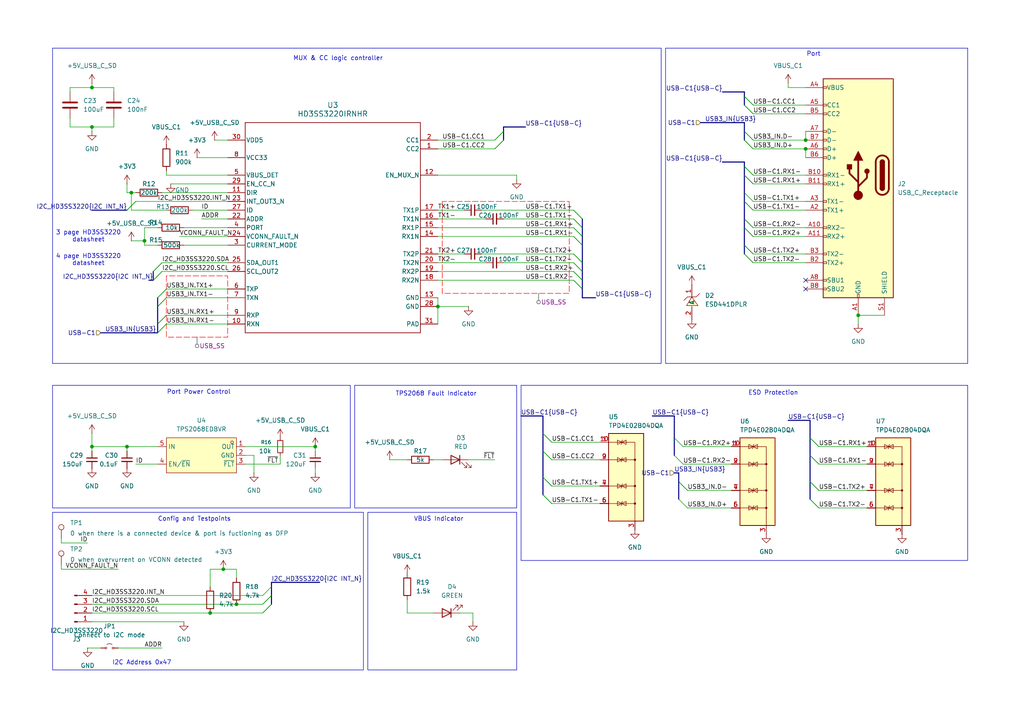
<source format=kicad_sch>
(kicad_sch (version 20250114) (generator "eeschema") (generator_version "9.0")
  (paper "A4")
  (title_block (title "USB Hub"))
  (lib_symbols
    (symbol "2025-07-15_13-22-11:HD3SS3220IRNHR" (pin_names (offset 0.254))
      (property "Reference" "U" (at 0 2.54 0))
      (property "Value" "HD3SS3220IRNHR" (at 0 0 0))
      (symbol "HD3SS3220IRNHR_0_1"
        (pin power_in line (at -30.48 25.4 0) (length 5.08) (name "VDD5") (number "30"))
        (pin power_in line (at -30.48 20.32 0) (length 5.08) (name "VCC33") (number "8"))
        (pin input line (at -30.48 15.24 0) (length 5.08) (name "VBUS_DET") (number "5"))
        (pin input line (at -30.48 12.7 0) (length 5.08) (name "EN_CC_N") (number "29"))
        (pin open_collector line (at -30.48 10.16 0) (length 5.08) (name "DIR") (number "11"))
        (pin open_collector line (at -30.48 7.62 0) (length 5.08) (name "INT_OUT3_N") (number "23"))
        (pin open_collector line (at -30.48 5.08 0) (length 5.08) (name "ID") (number "27"))
        (pin input line (at -30.48 2.54 0) (length 5.08) (name "ADDR") (number "22"))
        (pin input line (at -30.48 0 0) (length 5.08) (name "PORT") (number "4"))
        (pin open_collector line (at -30.48 -2.54 0) (length 5.08) (name "VCONN_FAULT_N") (number "24"))
        (pin input line (at -30.48 -5.08 0) (length 5.08) (name "CURRENT_MODE") (number "3"))
        (pin bidirectional line (at -30.48 -10.16 0) (length 5.08) (name "SDA_OUT1") (number "25"))
        (pin bidirectional line (at -30.48 -12.7 0) (length 5.08) (name "SCL_OUT2") (number "26"))
        (pin bidirectional line (at -30.48 -17.78 0) (length 5.08) (name "TXP") (number "6"))
        (pin bidirectional line (at -30.48 -20.32 0) (length 5.08) (name "TXN") (number "7"))
        (pin bidirectional line (at -30.48 -25.4 0) (length 5.08) (name "RXP") (number "9"))
        (pin bidirectional line (at -30.48 -27.94 0) (length 5.08) (name "RXN") (number "10"))
        (pin bidirectional line (at 30.48 25.4 180) (length 5.08) (name "CC1") (number "2"))
        (pin bidirectional line (at 30.48 22.86 180) (length 5.08) (name "CC2") (number "1"))
        (pin input line (at 30.48 15.24 180) (length 5.08) (name "EN_MUX_N") (number "12"))
        (pin bidirectional line (at 30.48 5.08 180) (length 5.08) (name "TX1P") (number "17"))
        (pin bidirectional line (at 30.48 2.54 180) (length 5.08) (name "TX1N") (number "16"))
        (pin bidirectional line (at 30.48 0 180) (length 5.08) (name "RX1P") (number "15"))
        (pin bidirectional line (at 30.48 -2.54 180) (length 5.08) (name "RX1N") (number "14"))
        (pin bidirectional line (at 30.48 -7.62 180) (length 5.08) (name "TX2P") (number "21"))
        (pin bidirectional line (at 30.48 -10.16 180) (length 5.08) (name "TX2N") (number "20"))
        (pin bidirectional line (at 30.48 -12.7 180) (length 5.08) (name "RX2P") (number "19"))
        (pin bidirectional line (at 30.48 -15.24 180) (length 5.08) (name "RX2N") (number "18"))
        (pin power_in line (at 30.48 -20.32 180) (length 5.08) (name "GND") (number "13"))
        (pin power_in line (at 30.48 -22.86 180) (length 5.08) (name "GND") (number "28"))
        (pin power_in line (at 30.48 -27.94 180) (length 5.08) (name "PAD") (number "31"))
      )
    )
    (symbol "Connector:Conn_01x04_Pin" (pin_names (offset 1.016) (hide yes))
      (property "Reference" "J" (at 0 5.08 0))
      (property "Value" "Conn_01x04_Pin" (at 0 -7.62 0))
      (symbol "Conn_01x04_Pin_1_1"
        (pin passive line (at 5.08 2.54 180) (length 3.81) (name "Pin_1") (number "1"))
        (pin passive line (at 5.08 0 180) (length 3.81) (name "Pin_2") (number "2"))
        (pin passive line (at 5.08 -2.54 180) (length 3.81) (name "Pin_3") (number "3"))
        (pin passive line (at 5.08 -5.08 180) (length 3.81) (name "Pin_4") (number "4"))
      )
    )
    (symbol "Connector:TestPoint" (pin_numbers (hide yes)) (pin_names (offset 0.762) (hide yes))
      (property "Reference" "TP" (at 0 6.858 0))
      (property "Value" "TestPoint" (at 0 5.08 0))
      (symbol "TestPoint_1_1"
        (pin passive line (at 0 0 90) (length 2.54) (name "1") (number "1"))
      )
    )
    (symbol "Connector:USB_C_Receptacle" (pin_names (offset 1.016))
      (property "Reference" "J" (at -10.16 29.21 0))
      (property "Value" "USB_C_Receptacle" (at 10.16 29.21 0))
      (symbol "USB_C_Receptacle_1_1"
        (pin passive line (at -7.62 -40.64 90) (length 5.08) (name "SHIELD") (number "S1"))
        (pin passive line (at 0 -40.64 90) (length 5.08) (name "GND") (number "A1"))
        (pin passive line (at 0 -40.64 90) (length 5.08) (hide yes) (name "GND") (number "A12"))
        (pin passive line (at 0 -40.64 90) (length 5.08) (hide yes) (name "GND") (number "B1"))
        (pin passive line (at 0 -40.64 90) (length 5.08) (hide yes) (name "GND") (number "B12"))
        (pin passive line (at 15.24 25.4 180) (length 5.08) (name "VBUS") (number "A4"))
        (pin passive line (at 15.24 25.4 180) (length 5.08) (hide yes) (name "VBUS") (number "A9"))
        (pin passive line (at 15.24 25.4 180) (length 5.08) (hide yes) (name "VBUS") (number "B4"))
        (pin passive line (at 15.24 25.4 180) (length 5.08) (hide yes) (name "VBUS") (number "B9"))
        (pin bidirectional line (at 15.24 20.32 180) (length 5.08) (name "CC1") (number "A5"))
        (pin bidirectional line (at 15.24 17.78 180) (length 5.08) (name "CC2") (number "B5"))
        (pin bidirectional line (at 15.24 12.7 180) (length 5.08) (name "D-") (number "A7"))
        (pin bidirectional line (at 15.24 10.16 180) (length 5.08) (name "D-") (number "B7"))
        (pin bidirectional line (at 15.24 7.62 180) (length 5.08) (name "D+") (number "A6"))
        (pin bidirectional line (at 15.24 5.08 180) (length 5.08) (name "D+") (number "B6"))
        (pin bidirectional line (at 15.24 0 180) (length 5.08) (name "RX1-") (number "B10"))
        (pin bidirectional line (at 15.24 -2.54 180) (length 5.08) (name "RX1+") (number "B11"))
        (pin bidirectional line (at 15.24 -7.62 180) (length 5.08) (name "TX1-") (number "A3"))
        (pin bidirectional line (at 15.24 -10.16 180) (length 5.08) (name "TX1+") (number "A2"))
        (pin bidirectional line (at 15.24 -15.24 180) (length 5.08) (name "RX2-") (number "A10"))
        (pin bidirectional line (at 15.24 -17.78 180) (length 5.08) (name "RX2+") (number "A11"))
        (pin bidirectional line (at 15.24 -22.86 180) (length 5.08) (name "TX2-") (number "B3"))
        (pin bidirectional line (at 15.24 -25.4 180) (length 5.08) (name "TX2+") (number "B2"))
        (pin bidirectional line (at 15.24 -30.48 180) (length 5.08) (name "SBU1") (number "A8"))
        (pin bidirectional line (at 15.24 -33.02 180) (length 5.08) (name "SBU2") (number "B8"))
      )
    )
    (symbol "Device:C" (pin_numbers (hide yes)) (pin_names (offset 0.254))
      (property "Reference" "C" (at 0.635 2.54 0))
      (property "Value" "C" (at 0.635 -2.54 0))
      (symbol "C_1_1"
        (pin passive line (at 0 3.81 270) (length 2.794) (name "~") (number "1"))
        (pin passive line (at 0 -3.81 90) (length 2.794) (name "~") (number "2"))
      )
    )
    (symbol "Device:C_Small" (pin_numbers (hide yes)) (pin_names (offset 0.254) (hide yes))
      (property "Reference" "C" (at 0.254 1.778 0))
      (property "Value" "C_Small" (at 0.254 -2.032 0))
      (symbol "C_Small_1_1"
        (pin passive line (at 0 2.54 270) (length 2.032) (name "~") (number "1"))
        (pin passive line (at 0 -2.54 90) (length 2.032) (name "~") (number "2"))
      )
    )
    (symbol "Device:LED" (pin_numbers (hide yes)) (pin_names (offset 1.016) (hide yes))
      (property "Reference" "D" (at 0 2.54 0))
      (property "Value" "LED" (at 0 -2.54 0))
      (symbol "LED_1_1"
        (pin passive line (at -3.81 0 0) (length 2.54) (name "K") (number "1"))
        (pin passive line (at 3.81 0 180) (length 2.54) (name "A") (number "2"))
      )
    )
    (symbol "Device:R" (pin_numbers (hide yes)) (pin_names (offset 0))
      (property "Reference" "R" (at 2.032 0 90))
      (property "Value" "R" (at 0 0 90))
      (symbol "R_1_1"
        (pin passive line (at 0 3.81 270) (length 1.27) (name "~") (number "1"))
        (pin passive line (at 0 -3.81 90) (length 1.27) (name "~") (number "2"))
      )
    )
    (symbol "Device:R_Small" (pin_numbers (hide yes)) (pin_names (offset 0.254) (hide yes))
      (property "Reference" "R" (at 0 0 90))
      (property "Value" "R_Small" (at 1.778 0 90))
      (symbol "R_Small_1_1"
        (pin passive line (at 0 2.54 270) (length 0.762) (name "~") (number "1"))
        (pin passive line (at 0 -2.54 90) (length 0.762) (name "~") (number "2"))
      )
    )
    (symbol "EasyEDA:ESD441DPLR"
      (property "Reference" "D" (at 0 5.08 0))
      (property "Value" "ESD441DPLR" (at 0 -5.08 0))
      (symbol "ESD441DPLR_0_1"
        (pin unspecified line (at -5.08 0 0) (length 3.81) (name "C") (number "1"))
        (pin unspecified line (at 5.08 0 180) (length 3.81) (name "A") (number "2"))
      )
    )
    (symbol "EasyEDA:TPS2069EDBVR"
      (property "Reference" "U" (at 0 7.62 0))
      (property "Value" "TPS2069EDBVR" (at 0 -7.62 0))
      (symbol "TPS2069EDBVR_0_1"
        (pin unspecified line (at -12.7 2.54 0) (length 2.54) (name "OUT") (number "1"))
        (pin unspecified line (at -12.7 0 0) (length 2.54) (name "GND") (number "2"))
        (pin unspecified line (at -12.7 -2.54 0) (length 2.54) (name "~{FLT}") (number "3"))
        (pin unspecified line (at 12.7 2.54 180) (length 2.54) (name "IN") (number "5"))
        (pin unspecified line (at 12.7 -2.54 180) (length 2.54) (name "EN/~{EN}") (number "4"))
      )
    )
    (symbol "Jumper:Jumper_2_Small_Open" (pin_numbers (hide yes)) (pin_names (offset 0) (hide yes))
      (property "Reference" "JP" (at 0 2.794 0))
      (property "Value" "Jumper_2_Small_Open" (at 0 -2.286 0))
      (symbol "Jumper_2_Small_Open_1_1"
        (pin passive line (at -2.54 0 0) (length 1.27) (name "A") (number "1"))
        (pin passive line (at 2.54 0 180) (length 1.27) (name "B") (number "2"))
      )
    )
    (symbol "Snapeda:TPD4E02B04DQA" (pin_names (hide yes))
      (property "Reference" "U" (at 2.54 -11.43 0))
      (property "Value" "TPD4E02B04DQA" (at 7.62 1.905 0))
      (symbol "TPD4E02B04DQA_0_0"
        (pin passive line (at 2.54 -15.24 90) (length 2.54) (name "G") (number "3"))
      )
      (symbol "TPD4E02B04DQA_1_1"
        (pin passive line (at -7.62 10.16 0) (length 2.54) (name "IO1") (number "1"))
        (pin free line (at -7.62 10.16 0) (length 2.54) (name "NC") (number "10"))
        (pin passive line (at -7.62 5.08 0) (length 2.54) (name "IO2") (number "2"))
        (pin free line (at -7.62 5.08 0) (length 2.54) (name "NC") (number "9"))
        (pin passive line (at -7.62 -2.54 0) (length 2.54) (name "IO3") (number "4"))
        (pin free line (at -7.62 -2.54 0) (length 2.54) (name "NC") (number "7"))
        (pin passive line (at -7.62 -7.62 0) (length 2.54) (name "IO4") (number "5"))
        (pin free line (at -7.62 -7.62 0) (length 2.54) (name "NC") (number "6"))
        (pin passive line (at 2.54 -15.24 90) (length 2.54) (hide yes) (name "G") (number "8"))
      )
    )
    (symbol "power:+3V3" (power) (pin_numbers (hide yes)) (pin_names (offset 0) (hide yes))
      (property "Value" "+3V3" (at 0 3.556 0))
      (symbol "+3V3_1_1"
        (pin power_in line (at 0 0 90) (length 0) (name "~") (number "1"))
      )
    )
    (symbol "power:+5V" (power) (pin_numbers (hide yes)) (pin_names (offset 0) (hide yes))
      (property "Value" "+5V" (at 0 3.556 0))
      (symbol "+5V_1_1"
        (pin power_in line (at 0 0 90) (length 0) (name "~") (number "1"))
      )
    )
    (symbol "power:GND" (power) (pin_numbers (hide yes)) (pin_names (offset 0) (hide yes))
      (property "Value" "GND" (at 0 -3.81 0))
      (symbol "GND_1_1"
        (pin power_in line (at 0 0 270) (length 0) (name "~") (number "1"))
      )
    )
    (symbol "power:VBUS" (power) (pin_numbers (hide yes)) (pin_names (offset 0) (hide yes))
      (property "Value" "VBUS" (at 0 3.556 0))
      (symbol "VBUS_1_1"
        (pin power_in line (at 0 0 90) (length 0) (name "~") (number "1"))
      )
    )
  )
  (rectangle (start 15.24 13.97) (end 191.77 105.41))
  (rectangle (start 151.13 111.76) (end 280.67 162.56))
  (rectangle (start 193.04 13.97) (end 280.67 105.41))
  (rectangle (start 102.87 111.76) (end 149.86 147.32))
  (rectangle (start 15.24 111.76) (end 101.6 147.32))
  (rectangle (start 106.68 148.59) (end 149.86 194.31))
  (rectangle (start 15.24 148.59) (end 105.41 194.31))
  (text "TPS2068 Fault Indicator" (at 126.492 114.3 0) (effects (font (size 1.27 1.27))))
  (text "4 page HD3SS3220\ndatasheet" (at 25.654 75.438 0) (effects (font (size 1.27 1.27))))
  (text "I2C Address 0x47" (at 41.148 192.278 0) (effects (font (size 1.27 1.27))))
  (text "3 page HD3SS3220\ndatasheet" (at 25.654 68.58 0) (effects (font (size 1.27 1.27))))
  (text "Port" (at 235.966 15.748 0) (effects (font (size 1.27 1.27))))
  (text "VBUS Indicator" (at 127.254 150.622 0) (effects (font (size 1.27 1.27))))
  (text "Config and Testpoints" (at 56.388 150.622 0) (effects (font (size 1.27 1.27))))
  (text "Port Power Control" (at 57.658 113.792 0) (effects (font (size 1.27 1.27))))
  (text "ESD Protection" (at 224.282 114.046 0) (effects (font (size 1.27 1.27))))
  (text "MUX & CC logic controller" (at 98.044 17.018 0) (effects (font (size 1.27 1.27))))
  (junction (at 68.58 175.26))
  (junction (at 26.67 25.4))
  (junction (at 38.1 55.88))
  (junction (at 41.91 69.85))
  (junction (at 36.83 129.54))
  (junction (at 127 88.9))
  (junction (at 60.96 177.8))
  (junction (at 26.67 129.54))
  (junction (at 91.44 129.54))
  (junction (at 233.68 43.18))
  (junction (at 233.68 40.64))
  (junction (at 248.92 91.44))
  (junction (at 64.77 165.1))
  (junction (at 26.67 36.83))
  (no_connect (at 233.68 81.28))
  (no_connect (at 233.68 83.82))
  (bus_entry (at 166.37 76.2) (size 2.54 2.54))
  (bus_entry (at 168.91 71.12) (size -2.54 -2.54))
  (bus_entry (at 166.37 60.96) (size 2.54 2.54))
  (bus_entry (at 168.91 63.5) (size -2.54 -2.54))
  (bus_entry (at 157.48 125.73) (size 2.54 2.54))
  (bus_entry (at 234.95 139.7) (size 2.54 2.54))
  (bus_entry (at 45.72 93.98) (size 2.54 -2.54))
  (bus_entry (at 157.48 143.51) (size 2.54 2.54))
  (bus_entry (at 215.9 71.12) (size 2.54 2.54))
  (bus_entry (at 146.05 38.1) (size -2.54 2.54))
  (bus_entry (at 160.02 140.97) (size -2.54 -2.54))
  (bus_entry (at 45.72 96.52) (size 2.54 -2.54))
  (bus_entry (at 39.37 58.42) (size -2.54 2.54))
  (bus_entry (at 143.51 40.64) (size 2.54 -2.54))
  (bus_entry (at 218.44 50.8) (size -2.54 -2.54))
  (bus_entry (at 237.49 142.24) (size -2.54 -2.54))
  (bus_entry (at 45.72 88.9) (size 2.54 -2.54))
  (bus_entry (at 78.74 172.72) (size -2.54 2.54))
  (bus_entry (at 215.9 30.48) (size 2.54 2.54))
  (bus_entry (at 198.12 134.62) (size -2.54 -2.54))
  (bus_entry (at 218.44 53.34) (size -2.54 -2.54))
  (bus_entry (at 196.85 144.78) (size 2.54 2.54))
  (bus_entry (at 168.91 68.58) (size -2.54 -2.54))
  (bus_entry (at 46.99 78.74) (size -2.54 2.54))
  (bus_entry (at 215.9 40.64) (size 2.54 2.54))
  (bus_entry (at 160.02 146.05) (size -2.54 -2.54))
  (bus_entry (at 36.83 60.96) (size 2.54 -2.54))
  (bus_entry (at 218.44 68.58) (size -2.54 -2.54))
  (bus_entry (at 215.9 38.1) (size 2.54 2.54))
  (bus_entry (at 218.44 33.02) (size -2.54 -2.54))
  (bus_entry (at 168.91 78.74) (size -2.54 -2.54))
  (bus_entry (at 157.48 130.81) (size 2.54 2.54))
  (bus_entry (at 160.02 133.35) (size -2.54 -2.54))
  (bus_entry (at 168.91 66.04) (size -2.54 -2.54))
  (bus_entry (at 76.2 175.26) (size 2.54 -2.54))
  (bus_entry (at 215.9 38.1) (size 2.54 2.54))
  (bus_entry (at 76.2 172.72) (size 2.54 -2.54))
  (bus_entry (at 157.48 138.43) (size 2.54 2.54))
  (bus_entry (at 237.49 134.62) (size -2.54 -2.54))
  (bus_entry (at 215.9 40.64) (size 2.54 2.54))
  (bus_entry (at 234.95 132.08) (size 2.54 2.54))
  (bus_entry (at 78.74 175.26) (size -2.54 2.54))
  (bus_entry (at 44.45 81.28) (size 2.54 -2.54))
  (bus_entry (at 166.37 81.28) (size 2.54 2.54))
  (bus_entry (at 166.37 66.04) (size 2.54 2.54))
  (bus_entry (at 168.91 76.2) (size -2.54 -2.54))
  (bus_entry (at 237.49 147.32) (size -2.54 -2.54))
  (bus_entry (at 215.9 50.8) (size 2.54 2.54))
  (bus_entry (at 160.02 128.27) (size -2.54 -2.54))
  (bus_entry (at 215.9 66.04) (size 2.54 2.54))
  (bus_entry (at 45.72 86.36) (size 2.54 -2.54))
  (bus_entry (at 44.45 78.74) (size 2.54 -2.54))
  (bus_entry (at 45.72 96.52) (size 2.54 -2.54))
  (bus_entry (at 198.12 129.54) (size -2.54 -2.54))
  (bus_entry (at 196.85 139.7) (size 2.54 2.54))
  (bus_entry (at 166.37 68.58) (size 2.54 2.54))
  (bus_entry (at 166.37 73.66) (size 2.54 2.54))
  (bus_entry (at 215.9 27.94) (size 2.54 2.54))
  (bus_entry (at 218.44 30.48) (size -2.54 -2.54))
  (bus_entry (at 76.2 177.8) (size 2.54 -2.54))
  (bus_entry (at 168.91 81.28) (size -2.54 -2.54))
  (bus_entry (at 215.9 55.88) (size 2.54 2.54))
  (bus_entry (at 218.44 76.2) (size -2.54 -2.54))
  (bus_entry (at 168.91 83.82) (size -2.54 -2.54))
  (bus_entry (at 45.72 86.36) (size 2.54 -2.54))
  (bus_entry (at 234.95 144.78) (size 2.54 2.54))
  (bus_entry (at 166.37 63.5) (size 2.54 2.54))
  (bus_entry (at 215.9 73.66) (size 2.54 2.54))
  (bus_entry (at 166.37 78.74) (size 2.54 2.54))
  (bus_entry (at 215.9 63.5) (size 2.54 2.54))
  (bus_entry (at 234.95 127) (size 2.54 2.54))
  (bus_entry (at 215.9 58.42) (size 2.54 2.54))
  (bus_entry (at 218.44 60.96) (size -2.54 -2.54))
  (bus_entry (at 146.05 40.64) (size -2.54 2.54))
  (bus_entry (at 215.9 48.26) (size 2.54 2.54))
  (bus_entry (at 218.44 66.04) (size -2.54 -2.54))
  (bus_entry (at 237.49 129.54) (size -2.54 -2.54))
  (bus_entry (at 196.85 139.7) (size 2.54 2.54))
  (bus_entry (at 143.51 43.18) (size 2.54 -2.54))
  (bus_entry (at 45.72 88.9) (size 2.54 -2.54))
  (bus_entry (at 218.44 73.66) (size -2.54 -2.54))
  (bus_entry (at 45.72 93.98) (size 2.54 -2.54))
  (bus_entry (at 46.99 76.2) (size -2.54 2.54))
  (wire (pts (xy 48.26 86.36) (xy 66.04 86.36)))
  (wire (pts (xy 71.12 134.62) (xy 81.28 134.62)))
  (wire (pts (xy 228.6 24.13) (xy 228.6 25.4)))
  (bus (pts (xy 215.9 27.94) (xy 215.9 26.67)))
  (wire (pts (xy 17.78 165.1) (xy 34.29 165.1)))
  (bus (pts (xy 157.48 125.73) (xy 157.48 130.81)))
  (bus (pts (xy 195.58 127) (xy 195.58 132.08)))
  (bus (pts (xy 215.9 71.12) (xy 215.9 66.04)))
  (wire (pts (xy 57.15 45.72) (xy 66.04 45.72)))
  (wire (pts (xy 49.53 53.34) (xy 66.04 53.34)))
  (wire (pts (xy 36.83 55.88) (xy 36.83 53.34)))
  (wire (pts (xy 160.02 133.35) (xy 173.99 133.35)))
  (wire (pts (xy 68.58 175.26) (xy 76.2 175.26)))
  (wire (pts (xy 233.68 66.04) (xy 218.44 66.04)))
  (wire (pts (xy 127 86.36) (xy 127 88.9)))
  (wire (pts (xy 53.34 71.12) (xy 66.04 71.12)))
  (bus (pts (xy 215.9 71.12) (xy 215.9 73.66)))
  (wire (pts (xy 127 78.74) (xy 166.37 78.74)))
  (wire (pts (xy 48.26 91.44) (xy 66.04 91.44)))
  (wire (pts (xy 66.04 78.74) (xy 46.99 78.74)))
  (wire (pts (xy 91.44 130.81) (xy 91.44 129.54)))
  (wire (pts (xy 55.88 60.96) (xy 66.04 60.96)))
  (wire (pts (xy 127 81.28) (xy 166.37 81.28)))
  (wire (pts (xy 26.67 36.83) (xy 20.32 36.83)))
  (bus (pts (xy 168.91 83.82) (xy 168.91 86.36)))
  (wire (pts (xy 127 73.66) (xy 134.62 73.66)))
  (wire (pts (xy 149.86 50.8) (xy 149.86 52.07)))
  (wire (pts (xy 233.68 68.58) (xy 218.44 68.58)))
  (wire (pts (xy 48.26 83.82) (xy 66.04 83.82)))
  (wire (pts (xy 53.34 180.34) (xy 26.67 180.34)))
  (wire (pts (xy 58.42 63.5) (xy 66.04 63.5)))
  (wire (pts (xy 233.68 58.42) (xy 218.44 58.42)))
  (wire (pts (xy 38.1 69.85) (xy 41.91 69.85)))
  (wire (pts (xy 36.83 130.81) (xy 36.83 129.54)))
  (wire (pts (xy 233.68 43.18) (xy 233.68 45.72)))
  (bus (pts (xy 215.9 48.26) (xy 215.9 46.99)))
  (wire (pts (xy 218.44 40.64) (xy 233.68 40.64)))
  (wire (pts (xy 48.26 60.96) (xy 38.1 60.96)))
  (wire (pts (xy 39.37 58.42) (xy 66.04 58.42)))
  (wire (pts (xy 26.67 177.8) (xy 60.96 177.8)))
  (wire (pts (xy 17.78 163.83) (xy 17.78 165.1)))
  (wire (pts (xy 38.1 60.96) (xy 38.1 55.88)))
  (wire (pts (xy 233.68 53.34) (xy 218.44 53.34)))
  (wire (pts (xy 233.68 73.66) (xy 218.44 73.66)))
  (bus (pts (xy 209.55 26.67) (xy 215.9 26.67)))
  (bus (pts (xy 157.48 130.81) (xy 157.48 138.43)))
  (wire (pts (xy 160.02 140.97) (xy 173.99 140.97)))
  (bus (pts (xy 215.9 50.8) (xy 215.9 55.88)))
  (wire (pts (xy 25.4 157.48) (xy 17.78 157.48)))
  (wire (pts (xy 41.91 69.85) (xy 41.91 71.12)))
  (bus (pts (xy 78.74 168.91) (xy 78.74 170.18)))
  (wire (pts (xy 26.67 36.83) (xy 33.02 36.83)))
  (wire (pts (xy 48.26 50.8) (xy 66.04 50.8)))
  (wire (pts (xy 127 63.5) (xy 140.97 63.5)))
  (wire (pts (xy 228.6 25.4) (xy 233.68 25.4)))
  (wire (pts (xy 128.27 133.35) (xy 125.73 133.35)))
  (bus (pts (xy 168.91 68.58) (xy 168.91 71.12)))
  (wire (pts (xy 53.34 66.04) (xy 66.04 66.04)))
  (wire (pts (xy 64.77 165.1) (xy 60.96 165.1)))
  (wire (pts (xy 198.12 134.62) (xy 212.09 134.62)))
  (bus (pts (xy 215.9 38.1) (xy 215.9 35.56)))
  (bus (pts (xy 157.48 120.65) (xy 151.13 120.65)))
  (wire (pts (xy 198.12 129.54) (xy 212.09 129.54)))
  (wire (pts (xy 26.67 25.4) (xy 33.02 25.4)))
  (wire (pts (xy 48.26 93.98) (xy 66.04 93.98)))
  (bus (pts (xy 203.2 35.56) (xy 215.9 35.56)))
  (wire (pts (xy 127 88.9) (xy 127 93.98)))
  (wire (pts (xy 20.32 34.29) (xy 20.32 36.83)))
  (bus (pts (xy 44.45 78.74) (xy 44.45 81.28)))
  (wire (pts (xy 118.11 177.8) (xy 125.73 177.8)))
  (wire (pts (xy 127 88.9) (xy 135.89 88.9)))
  (wire (pts (xy 41.91 66.04) (xy 45.72 66.04)))
  (bus (pts (xy 168.91 76.2) (xy 168.91 78.74)))
  (bus (pts (xy 26.67 60.96) (xy 36.83 60.96)))
  (bus (pts (xy 215.9 40.64) (xy 215.9 38.1)))
  (wire (pts (xy 73.66 132.08) (xy 71.12 132.08)))
  (bus (pts (xy 234.95 139.7) (xy 234.95 144.78)))
  (bus (pts (xy 157.48 120.65) (xy 157.48 125.73)))
  (wire (pts (xy 233.68 38.1) (xy 233.68 40.64)))
  (wire (pts (xy 127 66.04) (xy 166.37 66.04)))
  (bus (pts (xy 92.71 168.91) (xy 78.74 168.91)))
  (wire (pts (xy 26.67 36.83) (xy 26.67 38.1)))
  (wire (pts (xy 26.67 175.26) (xy 68.58 175.26)))
  (wire (pts (xy 91.44 137.16) (xy 91.44 135.89)))
  (wire (pts (xy 68.58 165.1) (xy 64.77 165.1)))
  (wire (pts (xy 41.91 66.04) (xy 41.91 69.85)))
  (bus (pts (xy 234.95 121.92) (xy 228.6 121.92)))
  (wire (pts (xy 237.49 142.24) (xy 251.46 142.24)))
  (wire (pts (xy 118.11 133.35) (xy 113.03 133.35)))
  (bus (pts (xy 215.9 46.99) (xy 209.55 46.99)))
  (bus (pts (xy 215.9 58.42) (xy 215.9 63.5)))
  (wire (pts (xy 139.7 60.96) (xy 166.37 60.96)))
  (bus (pts (xy 168.91 78.74) (xy 168.91 81.28)))
  (wire (pts (xy 127 50.8) (xy 149.86 50.8)))
  (bus (pts (xy 168.91 63.5) (xy 168.91 66.04)))
  (wire (pts (xy 237.49 147.32) (xy 251.46 147.32)))
  (bus (pts (xy 215.9 50.8) (xy 215.9 48.26)))
  (wire (pts (xy 199.39 142.24) (xy 212.09 142.24)))
  (wire (pts (xy 45.72 129.54) (xy 36.83 129.54)))
  (wire (pts (xy 48.26 50.8) (xy 48.26 49.53)))
  (bus (pts (xy 196.85 139.7) (xy 196.85 144.78)))
  (wire (pts (xy 60.96 177.8) (xy 76.2 177.8)))
  (wire (pts (xy 26.67 172.72) (xy 76.2 172.72)))
  (wire (pts (xy 127 40.64) (xy 143.51 40.64)))
  (bus (pts (xy 168.91 66.04) (xy 168.91 68.58)))
  (bus (pts (xy 215.9 66.04) (xy 215.9 63.5)))
  (wire (pts (xy 146.05 76.2) (xy 166.37 76.2)))
  (wire (pts (xy 66.04 76.2) (xy 46.99 76.2)))
  (wire (pts (xy 218.44 43.18) (xy 233.68 43.18)))
  (wire (pts (xy 36.83 55.88) (xy 38.1 55.88)))
  (wire (pts (xy 20.32 25.4) (xy 26.67 25.4)))
  (bus (pts (xy 29.21 96.52) (xy 45.72 96.52)))
  (wire (pts (xy 73.66 132.08) (xy 73.66 137.16)))
  (bus (pts (xy 146.05 38.1) (xy 146.05 36.83)))
  (wire (pts (xy 233.68 76.2) (xy 218.44 76.2)))
  (wire (pts (xy 137.16 177.8) (xy 137.16 180.34)))
  (wire (pts (xy 60.96 165.1) (xy 60.96 170.18)))
  (wire (pts (xy 139.7 73.66) (xy 166.37 73.66)))
  (bus (pts (xy 45.72 86.36) (xy 45.72 88.9)))
  (wire (pts (xy 233.68 60.96) (xy 218.44 60.96)))
  (wire (pts (xy 127 68.58) (xy 166.37 68.58)))
  (wire (pts (xy 248.92 93.98) (xy 248.92 91.44)))
  (bus (pts (xy 195.58 137.16) (xy 196.85 137.16)))
  (wire (pts (xy 34.29 187.96) (xy 46.99 187.96)))
  (wire (pts (xy 127 43.18) (xy 143.51 43.18)))
  (bus (pts (xy 195.58 120.65) (xy 195.58 127)))
  (wire (pts (xy 135.89 133.35) (xy 143.51 133.35)))
  (wire (pts (xy 118.11 173.99) (xy 118.11 177.8)))
  (bus (pts (xy 234.95 132.08) (xy 234.95 127)))
  (wire (pts (xy 160.02 128.27) (xy 173.99 128.27)))
  (bus (pts (xy 234.95 132.08) (xy 234.95 139.7)))
  (wire (pts (xy 81.28 132.08) (xy 81.28 134.62)))
  (wire (pts (xy 26.67 129.54) (xy 26.67 125.73)))
  (wire (pts (xy 71.12 129.54) (xy 91.44 129.54)))
  (wire (pts (xy 17.78 156.21) (xy 17.78 157.48)))
  (bus (pts (xy 146.05 40.64) (xy 146.05 38.1)))
  (wire (pts (xy 218.44 33.02) (xy 233.68 33.02)))
  (bus (pts (xy 168.91 71.12) (xy 168.91 76.2)))
  (wire (pts (xy 39.37 134.62) (xy 45.72 134.62)))
  (wire (pts (xy 68.58 165.1) (xy 68.58 167.64)))
  (wire (pts (xy 38.1 55.88) (xy 39.37 55.88)))
  (wire (pts (xy 26.67 130.81) (xy 26.67 129.54)))
  (wire (pts (xy 66.04 55.88) (xy 46.99 55.88)))
  (bus (pts (xy 78.74 175.26) (xy 78.74 172.72)))
  (bus (pts (xy 78.74 170.18) (xy 78.74 172.72)))
  (bus (pts (xy 195.58 120.65) (xy 189.23 120.65)))
  (bus (pts (xy 43.18 81.28) (xy 44.45 81.28)))
  (wire (pts (xy 237.49 129.54) (xy 251.46 129.54)))
  (bus (pts (xy 168.91 86.36) (xy 172.72 86.36)))
  (wire (pts (xy 218.44 50.8) (xy 233.68 50.8)))
  (bus (pts (xy 45.72 93.98) (xy 45.72 96.52)))
  (wire (pts (xy 248.92 91.44) (xy 256.54 91.44)))
  (wire (pts (xy 133.35 177.8) (xy 137.16 177.8)))
  (wire (pts (xy 218.44 30.48) (xy 233.68 30.48)))
  (bus (pts (xy 196.85 139.7) (xy 196.85 137.16)))
  (wire (pts (xy 25.4 187.96) (xy 29.21 187.96)))
  (bus (pts (xy 157.48 138.43) (xy 157.48 143.51)))
  (wire (pts (xy 26.67 129.54) (xy 36.83 129.54)))
  (bus (pts (xy 215.9 30.48) (xy 215.9 27.94)))
  (bus (pts (xy 215.9 55.88) (xy 215.9 58.42)))
  (wire (pts (xy 199.39 147.32) (xy 212.09 147.32)))
  (wire (pts (xy 160.02 146.05) (xy 173.99 146.05)))
  (wire (pts (xy 237.49 134.62) (xy 251.46 134.62)))
  (bus (pts (xy 152.4 36.83) (xy 146.05 36.83)))
  (wire (pts (xy 20.32 25.4) (xy 20.32 26.67)))
  (bus (pts (xy 234.95 121.92) (xy 234.95 127)))
  (bus (pts (xy 168.91 81.28) (xy 168.91 83.82)))
  (wire (pts (xy 146.05 63.5) (xy 166.37 63.5)))
  (wire (pts (xy 33.02 25.4) (xy 33.02 26.67)))
  (wire (pts (xy 127 60.96) (xy 134.62 60.96)))
  (wire (pts (xy 33.02 36.83) (xy 33.02 34.29)))
  (bus (pts (xy 45.72 88.9) (xy 45.72 93.98)))
  (wire (pts (xy 62.23 40.64) (xy 66.04 40.64)))
  (wire (pts (xy 52.07 68.58) (xy 66.04 68.58)))
  (wire (pts (xy 26.67 24.13) (xy 26.67 25.4)))
  (wire (pts (xy 41.91 71.12) (xy 45.72 71.12)))
  (wire (pts (xy 127 76.2) (xy 140.97 76.2)))
  (label "USB3_IN{USB3}" (at 30.48 96.52 0))
  (label "I2C_HD3SS3220.SCL" (at 26.67 177.8 0))
  (label "~{FLT}" (at 77.47 134.62 0))
  (label "USB-C1.RX2+" (at 218.44 68.58 0))
  (label "ADDR" (at 58.42 63.5 0))
  (label "TX2-" (at 127 76.2 0))
  (label "I2C_HD3SS3220.SDA" (at 46.99 76.2 0))
  (label "TX2+" (at 127 73.66 0))
  (label "USB-C1.TX2-" (at 218.44 76.2 0))
  (label "USB-C1{USB-C}" (at 189.23 120.65 0))
  (label "USB-C1{USB-C}" (at 228.6 121.92 0))
  (label "I2C_HD3SS3220{I2C INT_N}" (at 44.45 81.28 180))
  (label "USB-C1.TX1-" (at 160.02 146.05 0))
  (label "USB-C1.RX2+" (at 198.12 129.54 0))
  (label "USB3_IN{USB3}" (at 195.58 137.16 0))
  (label "USB3_IN.RX1-" (at 48.26 93.98 0))
  (label "USB-C1.CC1" (at 128.27 40.64 0))
  (label "USB-C1.TX2+" (at 218.44 73.66 0))
  (label "I2C_HD3SS3220.INT_N" (at 45.72 58.42 0))
  (label "USB-C1.CC1" (at 218.44 30.48 0))
  (label "USB-C1.RX1+" (at 152.4 66.04 0))
  (label "USB-C1.CC2" (at 218.44 33.02 0))
  (label "USB-C1.RX2-" (at 152.4 81.28 0))
  (label "USB-C1.RX2-" (at 198.12 134.62 0))
  (label "USB3_IN.D-" (at 199.39 142.24 0))
  (label "USB3_IN.D+" (at 199.39 147.32 0))
  (label "USB-C1.TX1-" (at 152.4 63.5 0))
  (label "I2C_HD3SS3220.SCL" (at 46.99 78.74 0))
  (label "USB-C1.RX1-" (at 218.44 50.8 0))
  (label "ID" (at 25.4 157.48 180))
  (label "USB3_IN.RX1+" (at 48.26 91.44 0))
  (label "USB3_IN.TX1+" (at 48.26 83.82 0))
  (label "USB3_IN{USB3}" (at 204.47 35.56 0))
  (label "ADDR" (at 46.99 187.96 180))
  (label "USB-C1.RX1-" (at 152.4 68.58 0))
  (label "ID" (at 58.42 60.96 0))
  (label "USB-C1{USB-C}" (at 209.55 26.67 180))
  (label "USB-C1{USB-C}" (at 209.55 46.99 180))
  (label "USB-C1.TX1+" (at 218.44 58.42 0))
  (label "I2C_HD3SS3220{I2C INT_N}" (at 36.83 60.96 180))
  (label "VCONN_FAULT_N" (at 34.29 165.1 180))
  (label "USB-C1.TX2-" (at 237.49 147.32 0))
  (label "USB-C1{USB-C}" (at 172.72 86.36 0))
  (label "USB-C1{USB-C}" (at 152.4 36.83 0))
  (label "USB3_IN.D-" (at 218.44 40.64 0))
  (label "USB-C1.TX1-" (at 218.44 60.96 0))
  (label "USB-C1.RX2-" (at 218.44 66.04 0))
  (label "USB-C1.CC2" (at 128.27 43.18 0))
  (label "TX1+" (at 127 60.96 0))
  (label "I2C_HD3SS3220{I2C INT_N}" (at 78.74 168.91 0))
  (label "USB-C1{USB-C}" (at 151.13 120.65 0))
  (label "USB-C1.TX1+" (at 152.4 60.96 0))
  (label "USB3_IN.D+" (at 218.44 43.18 0))
  (label "USB-C1.TX2-" (at 152.4 76.2 0))
  (label "USB-C1.RX1+" (at 218.44 53.34 0))
  (label "USB-C1.RX1+" (at 237.49 129.54 0))
  (label "I2C_HD3SS3220.INT_N" (at 26.67 172.72 0))
  (label "USB-C1.RX2+" (at 152.4 78.74 0))
  (label "USB-C1.CC1" (at 160.02 128.27 0))
  (label "USB-C1.TX2+" (at 237.49 142.24 0))
  (label "ID" (at 39.37 134.62 0))
  (label "I2C_HD3SS3220.SDA" (at 26.67 175.26 0))
  (label "USB-C1.CC2" (at 160.02 133.35 0))
  (label "TX1-" (at 127 63.5 0))
  (label "USB-C1.TX1+" (at 160.02 140.97 0))
  (label "~{FLT}" (at 143.51 133.35 180))
  (label "USB-C1.RX1-" (at 237.49 134.62 0))
  (label "VCONN_FAULT_N" (at 52.07 68.58 0))
  (label "USB-C1.TX2+" (at 152.4 73.66 0))
  (label "USB3_IN.TX1-" (at 48.26 86.36 0))
  (hierarchical_label "USB-C1" (shape input) (at 203.2 35.56 180))
  (hierarchical_label "USB-C1" (shape input) (at 29.21 96.52 180))
  (hierarchical_label "USB-C1" (shape input) (at 195.58 137.16 180))
  (rule_area (polyline (pts (xy 128.27 58.42) (xy 128.27 85.09) (xy 165.1 85.09) (xy 165.1 58.42)) (stroke (width 0) (type dash))))
  (rule_area (polyline (pts (xy 48.26 80.01) (xy 48.26 97.79) (xy 66.04 97.79) (xy 66.04 80.01)) (stroke (width 0) (type dash))))
  (netclass_flag "" (length 2.54) (shape round) (at 57.15 97.79 180) (property "Netclass" "USB_SS" (at 57.8485 100.33 0) (effects (justify left))))
  (netclass_flag "" (length 2.54) (shape round) (at 156.21 85.09 180) (property "Netclass" "USB_SS" (at 156.9085 87.63 0) (effects (justify left))))
  (symbol (lib_id "Device:R") (at 68.58 171.45 0) (unit 1)
    (property "Reference" "R18" (at 71.12 170.1799 0) (effects (justify left)))
    (property "Value" "4.7k" (at 71.12 172.7199 0) (effects (justify left)))
    (property "Footprint" "Resistor_SMD:R_0402_1005Metric" (effects (hide yes)))
    (property "Description" "Resistor" (effects (hide yes)))
    (property "LCSC Part" "C105871" (effects (hide yes)))
  )
  (symbol (lib_id "Device:LED") (at 129.54 177.8 180) (unit 1)
    (property "Reference" "D4" (at 131.1275 170.18 0))
    (property "Value" "GREEN" (at 131.1275 172.72 0))
    (property "Footprint" "LED_SMD:LED_0603_1608Metric" (effects (hide yes)))
    (property "Description" "Light emitting diode" (effects (hide yes)))
    (property "Sim.Pins" "1=K 2=A" (effects (hide yes)))
    (property "LCSC Part" "C22371298" (effects (hide yes)))
  )
  (symbol (lib_id "power:+3V3") (at 64.77 165.1 0) (unit 1)
    (property "Reference" "#PWR047" (effects (hide yes)))
    (property "Value" "+3V3" (at 64.77 160.02 0))
    (property "Description" "Power symbol creates a global label with name \"+3V3\"" (effects (hide yes)))
  )
  (symbol (lib_id "power:GND") (at 184.15 153.67 0) (unit 1)
    (property "Reference" "#PWR044" (effects (hide yes)))
    (property "Value" "GND" (at 184.15 158.75 0))
    (property "Description" "Power symbol creates a global label with name \"GND\" , ground" (effects (hide yes)))
  )
  (symbol (lib_id "Device:C_Small") (at 137.16 60.96 90) (unit 1)
    (property "Reference" "C25" (at 134.366 59.944 90))
    (property "Value" "100nF" (at 141.224 59.944 90))
    (property "Footprint" "Capacitor_SMD:C_0201_0603Metric" (effects (hide yes)))
    (property "Description" "Unpolarized capacitor, small symbol" (effects (hide yes)))
    (property "LCSC Part" "C181043 " (effects (hide yes)))
  )
  (symbol (lib_id "Device:LED") (at 132.08 133.35 0) (mirror y) (unit 1)
    (property "Reference" "D3" (at 133.6675 127 0))
    (property "Value" "RED" (at 133.6675 129.54 0))
    (property "Footprint" "LED_SMD:LED_0603_1608Metric" (effects (hide yes)))
    (property "Description" "Light emitting diode" (effects (hide yes)))
    (property "Sim.Pins" "1=K 2=A" (effects (hide yes)))
    (property "LCSC Part" "C497918" (effects (hide yes)))
  )
  (symbol (lib_id "power:GND") (at 149.86 52.07 0) (unit 1)
    (property "Reference" "#PWR028" (effects (hide yes)))
    (property "Value" "GND" (at 149.86 57.15 0))
    (property "Description" "Power symbol creates a global label with name \"GND\" , ground" (effects (hide yes)))
  )
  (symbol (lib_id "power:GND") (at 53.34 180.34 0) (unit 1)
    (property "Reference" "#PWR049" (effects (hide yes)))
    (property "Value" "GND" (at 53.34 185.42 0))
    (property "Description" "Power symbol creates a global label with name \"GND\" , ground" (effects (hide yes)))
  )
  (symbol (lib_id "Device:R") (at 48.26 45.72 180) (unit 1)
    (property "Reference" "R11" (at 50.8 44.4499 0) (effects (justify right)))
    (property "Value" "900k" (at 50.8 46.9899 0) (effects (justify right)))
    (property "Footprint" "Resistor_SMD:R_1206_3216Metric" (effects (hide yes)))
    (property "Description" "Resistor" (effects (hide yes)))
    (property "Mouser Part No " "603-RT1206CRE07900KL " (effects (hide yes)))
  )
  (symbol (lib_id "power:GND") (at 25.4 187.96 0) (unit 1)
    (property "Reference" "#PWR051" (effects (hide yes)))
    (property "Value" "GND" (at 25.4 193.04 0))
    (property "Description" "Power symbol creates a global label with name \"GND\" , ground" (effects (hide yes)))
  )
  (symbol (lib_id "Connector:TestPoint") (at 17.78 163.83 0) (unit 1)
    (property "Reference" "TP2" (at 20.32 159.2579 0) (effects (justify left)))
    (property "Value" "0 when overvurrent on VCONN detected" (at 20.32 162.306 0) (effects (justify left)))
    (property "Footprint" "TestPoint:TestPoint_Pad_D1.0mm" (effects (hide yes)))
    (property "Description" "test point" (effects (hide yes)))
  )
  (symbol (lib_id "Connector:Conn_01x04_Pin") (at 21.59 177.8 0) (mirror x) (unit 1)
    (property "Reference" "J3" (at 22.225 185.42 0))
    (property "Value" "I2C_HD3SS3220" (at 22.225 182.88 0))
    (property "Footprint" "Connector_PinHeader_1.00mm:PinHeader_1x04_P1.00mm_Vertical" (effects (hide yes)))
    (property "Description" "Generic connector, single row, 01x04, script generated" (effects (hide yes)))
  )
  (symbol (lib_id "Device:C_Small") (at 143.51 63.5 90) (unit 1)
    (property "Reference" "C26" (at 140.716 62.484 90))
    (property "Value" "100nF" (at 147.574 62.484 90))
    (property "Footprint" "Capacitor_SMD:C_0201_0603Metric" (effects (hide yes)))
    (property "Description" "Unpolarized capacitor, small symbol" (effects (hide yes)))
    (property "LCSC Part" "C181043 " (effects (hide yes)))
  )
  (symbol (lib_id "power:+5V") (at 26.67 125.73 0) (unit 1)
    (property "Reference" "#PWR036" (effects (hide yes)))
    (property "Value" "+5V_USB_C_SD" (at 26.67 120.65 0))
    (property "Description" "Power symbol creates a global label with name \"+5V\"" (effects (hide yes)))
  )
  (symbol (lib_id "power:GND") (at 26.67 38.1 0) (unit 1)
    (property "Reference" "#PWR024" (effects (hide yes)))
    (property "Value" "GND" (at 26.67 43.18 0))
    (property "Description" "Power symbol creates a global label with name \"GND\" , ground" (effects (hide yes)))
  )
  (symbol (lib_id "power:+3V3") (at 57.15 45.72 0) (unit 1)
    (property "Reference" "#PWR027" (effects (hide yes)))
    (property "Value" "+3V3" (at 57.15 40.64 0))
    (property "Description" "Power symbol creates a global label with name \"+3V3\"" (effects (hide yes)))
  )
  (symbol (lib_id "Device:C_Small") (at 26.67 133.35 0) (mirror y) (unit 1)
    (property "Reference" "C29" (at 24.13 132.0862 0) (effects (justify left)))
    (property "Value" "150uF" (at 24.13 134.6262 0) (effects (justify left)))
    (property "Footprint" "Capacitor_THT:C_Radial_D6.3mm_H11.0mm_P2.50mm" (effects (hide yes)))
    (property "Description" "Unpolarized capacitor, small symbol" (effects (hide yes)))
    (property "LCSC Part" "C338186" (effects (hide yes)))
  )
  (symbol (lib_id "Device:R") (at 43.18 55.88 90) (unit 1)
    (property "Reference" "R12" (at 43.18 53.34 90))
    (property "Value" "200k" (at 43.18 55.88 90))
    (property "Footprint" "Resistor_SMD:R_0402_1005Metric" (effects (hide yes)))
    (property "Description" "Resistor" (effects (hide yes)))
    (property "LCSC Part" "C25764 " (effects (hide yes)))
  )
  (symbol (lib_id "EasyEDA:TPS2069EDBVR") (at 58.42 132.08 0) (mirror y) (unit 1)
    (property "Reference" "U4" (at 58.42 121.92 0))
    (property "Value" "TPS2068EDBVR" (at 58.42 124.46 0))
    (property "Footprint" "EasyEDA:TSOT-23-5_L2.9-W1.6-P0.95-LS2.8-BR" (effects (hide yes)))
    (property "LCSC Part" "C19272843" (effects (hide yes)))
  )
  (symbol (lib_id "power:GND") (at 261.62 154.94 0) (unit 1)
    (property "Reference" "#PWR046" (effects (hide yes)))
    (property "Value" "GND" (at 261.62 160.02 0))
    (property "Description" "Power symbol creates a global label with name \"GND\" , ground" (effects (hide yes)))
  )
  (symbol (lib_id "power:VBUS") (at 118.11 166.37 0) (unit 1)
    (property "Reference" "#PWR048" (effects (hide yes)))
    (property "Value" "VBUS_C1" (at 118.11 161.29 0))
    (property "Description" "Power symbol creates a global label with name \"VBUS\"" (effects (hide yes)))
  )
  (symbol (lib_id "Jumper:Jumper_2_Small_Open") (at 31.75 187.96 0) (unit 1)
    (property "Reference" "JP1" (at 31.75 181.61 0))
    (property "Value" "Connect to I2C mode" (at 31.75 184.15 0))
    (property "Footprint" "Jumper:SolderJumper-2_P1.3mm_Open_Pad1.0x1.5mm" (effects (hide yes)))
    (property "Description" "Jumper, 2-pole, small symbol, open" (effects (hide yes)))
  )
  (symbol (lib_id "power:VBUS") (at 48.26 41.91 0) (unit 1)
    (property "Reference" "#PWR026" (effects (hide yes)))
    (property "Value" "VBUS_C1" (at 48.26 36.83 0))
    (property "Description" "Power symbol creates a global label with name \"VBUS\"" (effects (hide yes)))
  )
  (symbol (lib_id "Device:C_Small") (at 36.83 133.35 0) (mirror y) (unit 1)
    (property "Reference" "C30" (at 34.29 132.0862 0) (effects (justify left)))
    (property "Value" "0.1uF" (at 34.29 134.6262 0) (effects (justify left)))
    (property "Footprint" "Capacitor_SMD:C_0201_0603Metric" (effects (hide yes)))
    (property "Description" "Unpolarized capacitor, small symbol" (effects (hide yes)))
    (property "LCSC Part" "C181043 " (effects (hide yes)))
  )
  (symbol (lib_id "Connector:TestPoint") (at 17.78 156.21 0) (unit 1)
    (property "Reference" "TP1" (at 20.32 151.6379 0) (effects (justify left)))
    (property "Value" "0 when there is a connected device & port is fuctioning as DFP" (at 20.32 154.686 0) (effects (justify left)))
    (property "Footprint" "TestPoint:TestPoint_Pad_D1.0mm" (effects (hide yes)))
    (property "Description" "test point" (effects (hide yes)))
  )
  (symbol (lib_id "power:GND") (at 137.16 180.34 0) (unit 1)
    (property "Reference" "#PWR050" (effects (hide yes)))
    (property "Value" "GND" (at 137.16 185.42 0))
    (property "Description" "Power symbol creates a global label with name \"GND\" , ground" (effects (hide yes)))
  )
  (symbol (lib_id "power:GND") (at 73.66 137.16 0) (mirror y) (unit 1)
    (property "Reference" "#PWR042" (effects (hide yes)))
    (property "Value" "GND" (at 73.66 142.24 0))
    (property "Description" "Power symbol creates a global label with name \"GND\" , ground" (effects (hide yes)))
  )
  (symbol (lib_id "power:+5V") (at 26.67 24.13 0) (unit 1)
    (property "Reference" "#PWR022" (effects (hide yes)))
    (property "Value" "+5V_USB_C_SD" (at 26.67 19.05 0))
    (property "Description" "Power symbol creates a global label with name \"+5V\"" (effects (hide yes)))
  )
  (symbol (lib_id "power:GND") (at 135.89 88.9 0) (unit 1)
    (property "Reference" "#PWR033" (effects (hide yes)))
    (property "Value" "GND" (at 135.89 93.98 0))
    (property "Description" "Power symbol creates a global label with name \"GND\" , ground" (effects (hide yes)))
  )
  (symbol (lib_id "Device:R") (at 118.11 170.18 0) (unit 1)
    (property "Reference" "R19" (at 120.65 168.9099 0) (effects (justify left)))
    (property "Value" "1.5k" (at 120.65 171.4499 0) (effects (justify left)))
    (property "Footprint" "Resistor_SMD:R_0402_1005Metric" (effects (hide yes)))
    (property "Description" "Resistor" (effects (hide yes)))
    (property "LCSC Part" "C327253 " (effects (hide yes)))
  )
  (symbol (lib_id "Snapeda:TPD4E02B04DQA") (at 219.71 139.7 0) (unit 1)
    (property "Reference" "U6" (at 214.63 122.174 0) (effects (justify left)))
    (property "Value" "TPD4E02B04DQA" (at 214.63 124.714 0) (effects (justify left)))
    (property "Footprint" "Package_SON:USON-10_2.5x1.0mm_P0.5mm" (effects (hide yes)))
    (property "Datasheet" "http://www.ti.com/lit/ds/symlink/tpd4e02b04.pdf" (effects (hide yes)))
    (property "Description" "4-Channel ESD Protection Diode for USB Type-C and HDMI 2.0, USON-10" (effects (hide yes)))
    (property "LCSC Part" "C106794" (effects (hide yes)))
  )
  (symbol (lib_id "Device:R") (at 60.96 173.99 0) (unit 1)
    (property "Reference" "R20" (at 63.5 172.7199 0) (effects (justify left)))
    (property "Value" "4.7k" (at 63.5 175.2599 0) (effects (justify left)))
    (property "Footprint" "Resistor_SMD:R_0402_1005Metric" (effects (hide yes)))
    (property "Description" "Resistor" (effects (hide yes)))
    (property "LCSC Part" "C105871" (effects (hide yes)))
  )
  (symbol (lib_id "power:GND") (at 248.92 93.98 0) (unit 1)
    (property "Reference" "#PWR035" (effects (hide yes)))
    (property "Value" "GND" (at 248.92 99.06 0))
    (property "Description" "Power symbol creates a global label with name \"GND\" , ground" (effects (hide yes)))
  )
  (symbol (lib_id "Device:R") (at 49.53 71.12 90) (unit 1)
    (property "Reference" "R15" (at 45.212 69.596 90))
    (property "Value" "500k" (at 49.784 71.12 90))
    (property "Footprint" "Resistor_SMD:R_0603_1608Metric" (effects (hide yes)))
    (property "Description" "Resistor" (effects (hide yes)))
    (property "LCSC Part" "C2902631 " (effects (hide yes)))
  )
  (symbol (lib_id "Device:R") (at 121.92 133.35 270) (mirror x) (unit 1)
    (property "Reference" "R17" (at 121.92 130.81 90))
    (property "Value" "5k" (at 121.92 133.35 90))
    (property "Footprint" "Resistor_SMD:R_0402_1005Metric" (effects (hide yes)))
    (property "Description" "Resistor" (effects (hide yes)))
    (property "LCSC Part" "C5948099 " (effects (hide yes)))
  )
  (symbol (lib_id "power:GND") (at 49.53 53.34 0) (unit 1)
    (property "Reference" "#PWR030" (effects (hide yes)))
    (property "Value" "GND" (at 52.832 55.118 0))
    (property "Description" "Power symbol creates a global label with name \"GND\" , ground" (effects (hide yes)))
  )
  (symbol (lib_id "Snapeda:TPD4E02B04DQA") (at 181.61 138.43 0) (unit 1)
    (property "Reference" "U5" (at 176.53 120.904 0) (effects (justify left)))
    (property "Value" "TPD4E02B04DQA" (at 176.53 123.444 0) (effects (justify left)))
    (property "Footprint" "Package_SON:USON-10_2.5x1.0mm_P0.5mm" (effects (hide yes)))
    (property "Datasheet" "http://www.ti.com/lit/ds/symlink/tpd4e02b04.pdf" (effects (hide yes)))
    (property "Description" "4-Channel ESD Protection Diode for USB Type-C and HDMI 2.0, USON-10" (effects (hide yes)))
    (property "LCSC Part" "C106794" (effects (hide yes)))
  )
  (symbol (lib_id "power:VBUS") (at 228.6 24.13 0) (unit 1)
    (property "Reference" "#PWR023" (effects (hide yes)))
    (property "Value" "VBUS_C1" (at 228.6 19.05 0))
    (property "Description" "Power symbol creates a global label with name \"VBUS\"" (effects (hide yes)))
  )
  (symbol (lib_id "power:GND") (at 222.25 154.94 0) (unit 1)
    (property "Reference" "#PWR045" (effects (hide yes)))
    (property "Value" "GND" (at 222.25 160.02 0))
    (property "Description" "Power symbol creates a global label with name \"GND\" , ground" (effects (hide yes)))
  )
  (symbol (lib_id "Connector:USB_C_Receptacle") (at 248.92 50.8 0) (mirror y) (unit 1)
    (property "Reference" "J2" (at 260.35 53.3399 0) (effects (justify right)))
    (property "Value" "USB_C_Receptacle" (at 260.35 55.8799 0) (effects (justify right)))
    (property "Footprint" "SamacSys_Parts:USB420003A" (effects (hide yes)))
    (property "Datasheet" "https://www.usb.org/sites/default/files/documents/usb_type-c.zip" (effects (hide yes)))
    (property "Description" "USB Full-Featured Type-C Receptacle connector" (effects (hide yes)))
    (property "Mouser Part No " "640-USB4200-03-A " (effects (hide yes)))
  )
  (symbol (lib_id "EasyEDA:ESD441DPLR") (at 200.66 87.63 270) (unit 1)
    (property "Reference" "D2" (at 204.47 85.7249 90) (effects (justify left)))
    (property "Value" "ESD441DPLR" (at 204.47 88.2649 90) (effects (justify left)))
    (property "Footprint" "EasyEDA:X2SON-2_L0.6-W0.3-P0.35" (effects (hide yes)))
    (property "LCSC Part" "C22427765" (effects (hide yes)))
  )
  (symbol (lib_id "Device:C_Small") (at 143.51 76.2 90) (unit 1)
    (property "Reference" "C28" (at 140.716 75.184 90))
    (property "Value" "100nF" (at 147.574 75.184 90))
    (property "Footprint" "Capacitor_SMD:C_0201_0603Metric" (effects (hide yes)))
    (property "Description" "Unpolarized capacitor, small symbol" (effects (hide yes)))
    (property "LCSC Part" "C181043 " (effects (hide yes)))
  )
  (symbol (lib_id "power:+5V") (at 113.03 133.35 0) (unit 1)
    (property "Reference" "#PWR039" (effects (hide yes)))
    (property "Value" "+5V_USB_C_SD" (at 113.03 128.27 0))
    (property "Description" "Power symbol creates a global label with name \"+5V\"" (effects (hide yes)))
  )
  (symbol (lib_id "power:+5V") (at 62.23 40.64 0) (unit 1)
    (property "Reference" "#PWR025" (effects (hide yes)))
    (property "Value" "+5V_USB_C_SD" (at 62.23 35.56 0))
    (property "Description" "Power symbol creates a global label with name \"+5V\"" (effects (hide yes)))
  )
  (symbol (lib_id "power:GND") (at 26.67 135.89 0) (mirror y) (unit 1)
    (property "Reference" "#PWR040" (effects (hide yes)))
    (property "Value" "GND" (at 26.67 140.97 0))
    (property "Description" "Power symbol creates a global label with name \"GND\" , ground" (effects (hide yes)))
  )
  (symbol (lib_id "Device:C") (at 20.32 30.48 0) (unit 1)
    (property "Reference" "C23" (at 24.13 29.2099 0) (effects (justify left)))
    (property "Value" "100uF" (at 24.13 31.7499 0) (effects (justify left)))
    (property "Footprint" "Capacitor_SMD:C_0805_2012Metric" (effects (hide yes)))
    (property "Description" "Unpolarized capacitor" (effects (hide yes)))
    (property "LCSC Part" "C141660 " (effects (hide yes)))
  )
  (symbol (lib_id "Device:R_Small") (at 81.28 129.54 0) (mirror y) (unit 1)
    (property "Reference" "R16" (at 78.74 128.2699 0) (effects (font (size 1.016 1.016)) (justify left)))
    (property "Value" "10k" (at 78.74 130.8099 0) (effects (justify left)))
    (property "Footprint" "Resistor_SMD:R_0402_1005Metric" (effects (hide yes)))
    (property "Description" "Resistor, small symbol" (effects (hide yes)))
    (property "LCSC Part" "C25744" (effects (hide yes)))
  )
  (symbol (lib_id "Device:C") (at 33.02 30.48 0) (unit 1)
    (property "Reference" "C24" (at 36.83 29.2099 0) (effects (justify left)))
    (property "Value" "100nF" (at 36.83 31.7499 0) (effects (justify left)))
    (property "Footprint" "Capacitor_SMD:C_0201_0603Metric" (effects (hide yes)))
    (property "Description" "Unpolarized capacitor" (effects (hide yes)))
    (property "LCSC Part" "C181043 " (effects (hide yes)))
  )
  (symbol (lib_id "power:+5V") (at 81.28 127 0) (unit 1)
    (property "Reference" "#PWR037" (effects (hide yes)))
    (property "Value" "+5V_USB_C_SD" (at 81.28 121.92 0))
    (property "Description" "Power symbol creates a global label with name \"+5V\"" (effects (hide yes)))
  )
  (symbol (lib_id "Device:C_Small") (at 91.44 133.35 0) (mirror y) (unit 1)
    (property "Reference" "C31" (at 88.9 132.0862 0) (effects (justify left)))
    (property "Value" "120uF" (at 88.9 134.6262 0) (effects (justify left)))
    (property "Footprint" "Capacitor_THT:C_Radial_D6.3mm_H11.0mm_P2.50mm" (effects (hide yes)))
    (property "Description" "Unpolarized capacitor, small symbol" (effects (hide yes)))
    (property "LCSC Part" "C442816" (effects (hide yes)))
  )
  (symbol (lib_id "power:VBUS") (at 200.66 82.55 0) (unit 1)
    (property "Reference" "#PWR032" (effects (hide yes)))
    (property "Value" "VBUS_C1" (at 200.66 77.47 0))
    (property "Description" "Power symbol creates a global label with name \"VBUS\"" (effects (hide yes)))
  )
  (symbol (lib_id "2025-07-15_13-22-11:HD3SS3220IRNHR") (at 96.52 66.04 0) (unit 1)
    (property "Reference" "U3" (at 96.52 30.48 0) (effects (font (size 1.524 1.524))))
    (property "Value" "HD3SS3220IRNHR" (at 96.52 33.02 0) (effects (font (size 1.524 1.524))))
    (property "Footprint" "footprints:RNH0030A" (effects (hide yes)))
    (property "Datasheet" "https://www.ti.com/lit/gpn/hd3ss3220" (effects (hide yes)))
    (property "LCSC Part" "C165155" (effects (hide yes)))
  )
  (symbol (lib_id "Device:R") (at 49.53 66.04 90) (unit 1)
    (property "Reference" "R14" (at 45.212 64.516 90))
    (property "Value" "10k" (at 49.784 66.04 90))
    (property "Footprint" "Resistor_SMD:R_0402_1005Metric" (effects (hide yes)))
    (property "Description" "Resistor" (effects (hide yes)))
    (property "LCSC Part" "C25744" (effects (hide yes)))
  )
  (symbol (lib_id "power:+5V") (at 38.1 69.85 0) (unit 1)
    (property "Reference" "#PWR031" (effects (hide yes)))
    (property "Value" "+5V_USB_C_SD" (at 38.1 64.77 0))
    (property "Description" "Power symbol creates a global label with name \"+5V\"" (effects (hide yes)))
  )
  (symbol (lib_id "Device:R") (at 52.07 60.96 90) (unit 1)
    (property "Reference" "R13" (at 47.244 59.944 90))
    (property "Value" "200k" (at 52.07 60.96 90))
    (property "Footprint" "Resistor_SMD:R_0402_1005Metric" (effects (hide yes)))
    (property "Description" "Resistor" (effects (hide yes)))
    (property "LCSC Part" "C25764 " (effects (hide yes)))
  )
  (symbol (lib_id "power:+3V3") (at 36.83 53.34 0) (unit 1)
    (property "Reference" "#PWR029" (effects (hide yes)))
    (property "Value" "+3V3" (at 36.83 48.26 0))
    (property "Description" "Power symbol creates a global label with name \"+3V3\"" (effects (hide yes)))
  )
  (symbol (lib_id "power:GND") (at 200.66 92.71 0) (unit 1)
    (property "Reference" "#PWR034" (effects (hide yes)))
    (property "Value" "GND" (at 200.66 97.79 0))
    (property "Description" "Power symbol creates a global label with name \"GND\" , ground" (effects (hide yes)))
  )
  (symbol (lib_id "Device:C_Small") (at 137.16 73.66 90) (unit 1)
    (property "Reference" "C27" (at 134.366 72.644 90))
    (property "Value" "100nF" (at 141.224 72.644 90))
    (property "Footprint" "Capacitor_SMD:C_0201_0603Metric" (effects (hide yes)))
    (property "Description" "Unpolarized capacitor, small symbol" (effects (hide yes)))
    (property "LCSC Part" "C181043 " (effects (hide yes)))
  )
  (symbol (lib_id "power:GND") (at 36.83 135.89 0) (mirror y) (unit 1)
    (property "Reference" "#PWR041" (effects (hide yes)))
    (property "Value" "GND" (at 36.83 140.97 0))
    (property "Description" "Power symbol creates a global label with name \"GND\" , ground" (effects (hide yes)))
  )
  (symbol (lib_id "power:GND") (at 91.44 137.16 0) (mirror y) (unit 1)
    (property "Reference" "#PWR043" (effects (hide yes)))
    (property "Value" "GND" (at 91.44 142.24 0))
    (property "Description" "Power symbol creates a global label with name \"GND\" , ground" (effects (hide yes)))
  )
  (symbol (lib_id "Snapeda:TPD4E02B04DQA") (at 259.08 139.7 0) (unit 1)
    (property "Reference" "U7" (at 254 122.174 0) (effects (justify left)))
    (property "Value" "TPD4E02B04DQA" (at 254 124.714 0) (effects (justify left)))
    (property "Footprint" "Package_SON:USON-10_2.5x1.0mm_P0.5mm" (effects (hide yes)))
    (property "Datasheet" "http://www.ti.com/lit/ds/symlink/tpd4e02b04.pdf" (effects (hide yes)))
    (property "Description" "4-Channel ESD Protection Diode for USB Type-C and HDMI 2.0, USON-10" (effects (hide yes)))
    (property "LCSC Part" "C106794" (effects (hide yes)))
  )
  (symbol (lib_id "power:VBUS") (at 91.44 129.54 0) (mirror y) (unit 1)
    (property "Reference" "#PWR038" (effects (hide yes)))
    (property "Value" "VBUS_C1" (at 91.44 124.46 0))
    (property "Description" "Power symbol creates a global label with name \"VBUS\"" (effects (hide yes)))
  )
)
</source>
